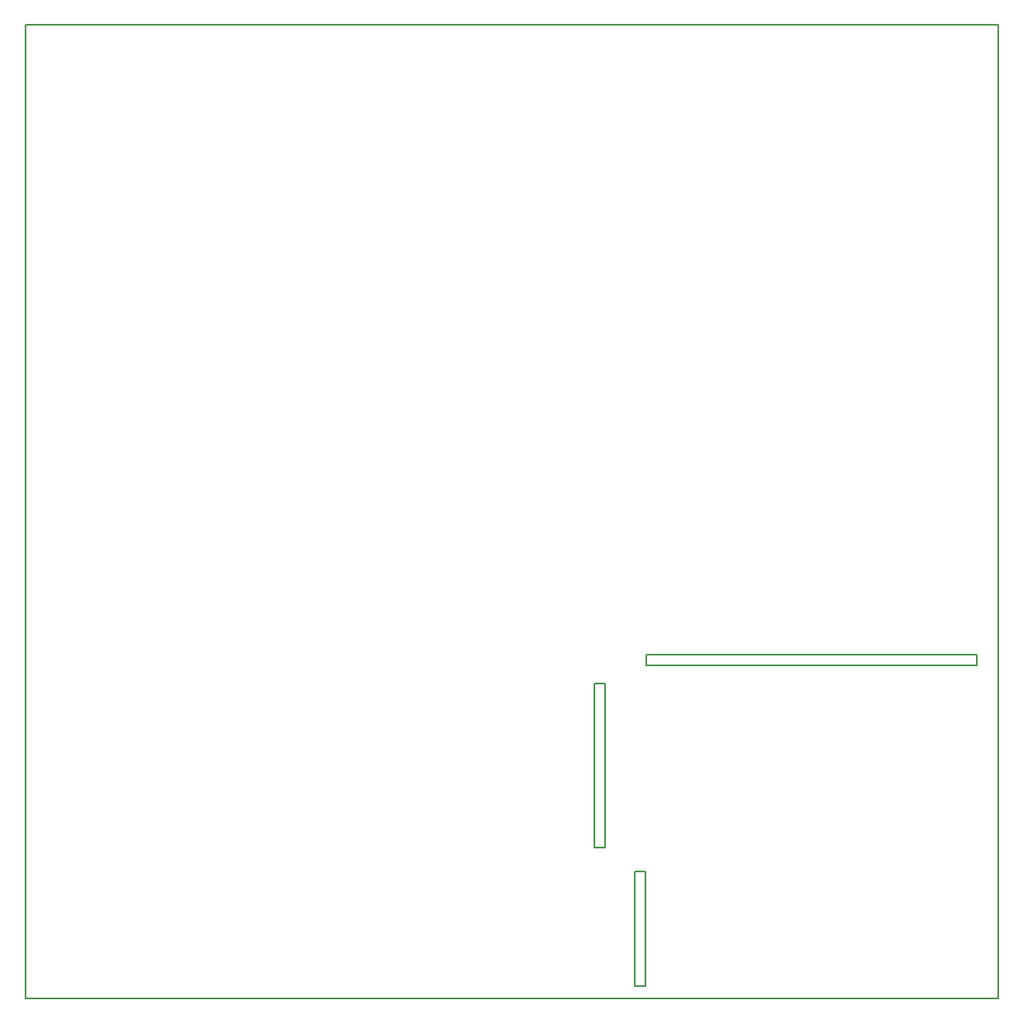
<source format=gbr>
G04 PROTEUS GERBER X2 FILE*
%TF.GenerationSoftware,Labcenter,Proteus,8.13-SP0-Build31525*%
%TF.CreationDate,2023-08-07T13:40:14+00:00*%
%TF.FileFunction,NonPlated,1,2,NPTH*%
%TF.FilePolarity,Positive*%
%TF.Part,Single*%
%TF.SameCoordinates,{8d507f11-5f74-4f73-9321-756942b8957b}*%
%FSLAX45Y45*%
%MOMM*%
G01*
%TA.AperFunction,Profile*%
%ADD58C,0.203200*%
%TD.AperFunction*%
D58*
X-4990000Y-4640000D02*
X+5000000Y-4640000D01*
X+5000000Y+5360000D01*
X-4990000Y+5360000D01*
X-4990000Y-4640000D01*
X+1385625Y-1221172D02*
X+4785625Y-1221172D01*
X+4785625Y-1111172D01*
X+1385625Y-1111172D01*
X+1385625Y-1221172D01*
X+855625Y-3091172D02*
X+965625Y-3091172D01*
X+965625Y-1401172D01*
X+855625Y-1401172D01*
X+855625Y-3091172D01*
X+1264865Y-4511172D02*
X+1374865Y-4511172D01*
X+1374865Y-3331172D01*
X+1264865Y-3331172D01*
X+1264865Y-4511172D01*
M02*

</source>
